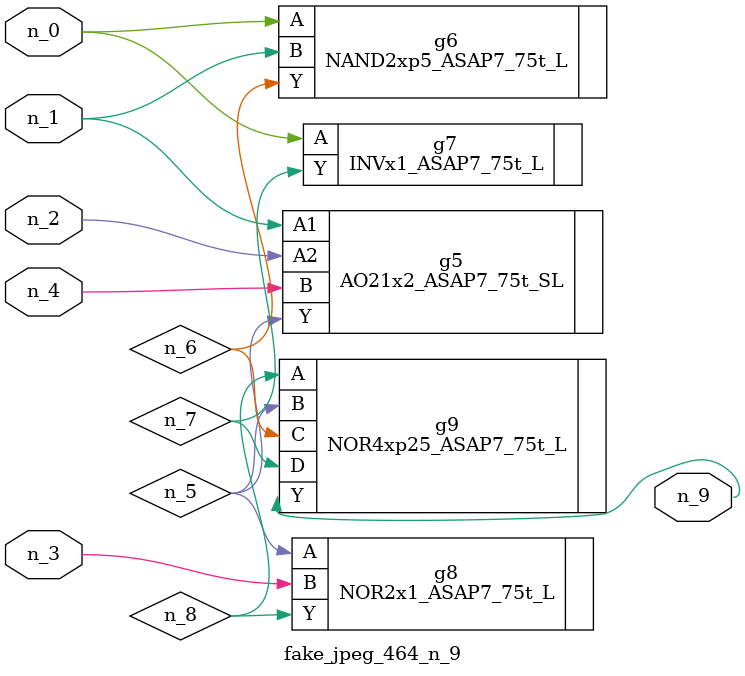
<source format=v>
module fake_jpeg_464_n_9 (n_3, n_2, n_1, n_0, n_4, n_9);

input n_3;
input n_2;
input n_1;
input n_0;
input n_4;

output n_9;

wire n_8;
wire n_6;
wire n_5;
wire n_7;

AO21x2_ASAP7_75t_SL g5 ( 
.A1(n_1),
.A2(n_2),
.B(n_4),
.Y(n_5)
);

NAND2xp5_ASAP7_75t_L g6 ( 
.A(n_0),
.B(n_1),
.Y(n_6)
);

INVx1_ASAP7_75t_L g7 ( 
.A(n_0),
.Y(n_7)
);

NOR2x1_ASAP7_75t_L g8 ( 
.A(n_5),
.B(n_3),
.Y(n_8)
);

NOR4xp25_ASAP7_75t_L g9 ( 
.A(n_8),
.B(n_5),
.C(n_6),
.D(n_7),
.Y(n_9)
);


endmodule
</source>
